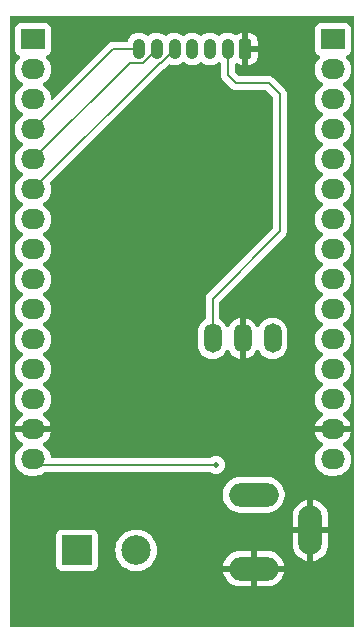
<source format=gbr>
%TF.GenerationSoftware,KiCad,Pcbnew,8.0.9-8.0.9-0~ubuntu24.04.1*%
%TF.CreationDate,2025-09-28T08:38:58-05:00*%
%TF.ProjectId,esp32_doorbot,65737033-325f-4646-9f6f-72626f742e6b,rev?*%
%TF.SameCoordinates,Original*%
%TF.FileFunction,Copper,L2,Bot*%
%TF.FilePolarity,Positive*%
%FSLAX46Y46*%
G04 Gerber Fmt 4.6, Leading zero omitted, Abs format (unit mm)*
G04 Created by KiCad (PCBNEW 8.0.9-8.0.9-0~ubuntu24.04.1) date 2025-09-28 08:38:58*
%MOMM*%
%LPD*%
G01*
G04 APERTURE LIST*
G04 Aperture macros list*
%AMRoundRect*
0 Rectangle with rounded corners*
0 $1 Rounding radius*
0 $2 $3 $4 $5 $6 $7 $8 $9 X,Y pos of 4 corners*
0 Add a 4 corners polygon primitive as box body*
4,1,4,$2,$3,$4,$5,$6,$7,$8,$9,$2,$3,0*
0 Add four circle primitives for the rounded corners*
1,1,$1+$1,$2,$3*
1,1,$1+$1,$4,$5*
1,1,$1+$1,$6,$7*
1,1,$1+$1,$8,$9*
0 Add four rect primitives between the rounded corners*
20,1,$1+$1,$2,$3,$4,$5,0*
20,1,$1+$1,$4,$5,$6,$7,0*
20,1,$1+$1,$6,$7,$8,$9,0*
20,1,$1+$1,$8,$9,$2,$3,0*%
G04 Aperture macros list end*
%TA.AperFunction,ComponentPad*%
%ADD10RoundRect,0.250000X0.265000X0.615000X-0.265000X0.615000X-0.265000X-0.615000X0.265000X-0.615000X0*%
%TD*%
%TA.AperFunction,ComponentPad*%
%ADD11O,1.030000X1.730000*%
%TD*%
%TA.AperFunction,ComponentPad*%
%ADD12R,2.500000X2.500000*%
%TD*%
%TA.AperFunction,ComponentPad*%
%ADD13C,2.500000*%
%TD*%
%TA.AperFunction,ComponentPad*%
%ADD14O,4.200000X2.000000*%
%TD*%
%TA.AperFunction,ComponentPad*%
%ADD15O,2.000000X4.200000*%
%TD*%
%TA.AperFunction,ComponentPad*%
%ADD16R,2.032000X1.727200*%
%TD*%
%TA.AperFunction,ComponentPad*%
%ADD17O,2.032000X1.727200*%
%TD*%
%TA.AperFunction,ComponentPad*%
%ADD18O,1.501140X2.499360*%
%TD*%
%TA.AperFunction,ViaPad*%
%ADD19C,0.508000*%
%TD*%
%TA.AperFunction,Conductor*%
%ADD20C,0.152400*%
%TD*%
G04 APERTURE END LIST*
D10*
%TO.P,J1,1,Pin_1*%
%TO.N,GND*%
X118000000Y-100800000D03*
D11*
%TO.P,J1,2,Pin_2*%
%TO.N,12V*%
X116500000Y-100800000D03*
%TO.P,J1,3,Pin_3*%
%TO.N,WIEGAND_IN1*%
X115000000Y-100800000D03*
%TO.P,J1,4,Pin_4*%
%TO.N,WIEGAND_IN2*%
X113500000Y-100800000D03*
%TO.P,J1,5,Pin_5*%
%TO.N,READER_BUZZ*%
X112000000Y-100800000D03*
%TO.P,J1,6,Pin_6*%
%TO.N,READER_LED*%
X110500000Y-100800000D03*
%TO.P,J1,7,Pin_7*%
%TO.N,24_32_SWITCH*%
X109000000Y-100800000D03*
%TD*%
D12*
%TO.P,J2,1,Pin_1*%
%TO.N,LATCH_OUT*%
X103750000Y-143256000D03*
D13*
%TO.P,J2,2,Pin_2*%
%TO.N,12V*%
X108750000Y-143256000D03*
%TD*%
D14*
%TO.P,J3,1*%
%TO.N,12V*%
X118700000Y-138550000D03*
%TO.P,J3,2*%
%TO.N,GND*%
X118700000Y-144800000D03*
D15*
X123500000Y-141550000D03*
%TD*%
D16*
%TO.P,J4,1,Pin_1*%
%TO.N,unconnected-(J4-Pin_1-Pad1)*%
X100000000Y-100000000D03*
D17*
%TO.P,J4,2,Pin_2*%
%TO.N,unconnected-(J4-Pin_2-Pad2)*%
X100000000Y-102540000D03*
%TO.P,J4,3,Pin_3*%
%TO.N,unconnected-(J4-Pin_3-Pad3)*%
X100000000Y-105080000D03*
%TO.P,J4,4,Pin_4*%
%TO.N,24_32_SWITCH*%
X100000000Y-107620000D03*
%TO.P,J4,5,Pin_5*%
%TO.N,READER_LED*%
X100000000Y-110160000D03*
%TO.P,J4,6,Pin_6*%
%TO.N,READER_BUZZ*%
X100000000Y-112700000D03*
%TO.P,J4,7,Pin_7*%
%TO.N,unconnected-(J4-Pin_7-Pad7)*%
X100000000Y-115240000D03*
%TO.P,J4,8,Pin_8*%
%TO.N,unconnected-(J4-Pin_8-Pad8)*%
X100000000Y-117780000D03*
%TO.P,J4,9,Pin_9*%
%TO.N,unconnected-(J4-Pin_9-Pad9)*%
X100000000Y-120320000D03*
%TO.P,J4,10,Pin_10*%
%TO.N,unconnected-(J4-Pin_10-Pad10)*%
X100000000Y-122860000D03*
%TO.P,J4,11,Pin_11*%
%TO.N,unconnected-(J4-Pin_11-Pad11)*%
X100000000Y-125400000D03*
%TO.P,J4,12,Pin_12*%
%TO.N,unconnected-(J4-Pin_12-Pad12)*%
X100000000Y-127940000D03*
%TO.P,J4,13,Pin_13*%
%TO.N,DOOR*%
X100000000Y-130480000D03*
%TO.P,J4,14,Pin_14*%
%TO.N,GND*%
X100000000Y-133020000D03*
%TO.P,J4,15,Pin_15*%
%TO.N,5V*%
X100000000Y-135560000D03*
%TD*%
D16*
%TO.P,J5,1,Pin_1*%
%TO.N,WIEGAND_OUT2*%
X125400000Y-100000000D03*
D17*
%TO.P,J5,2,Pin_2*%
%TO.N,WIEGAND_OUT1*%
X125400000Y-102540000D03*
%TO.P,J5,3,Pin_3*%
%TO.N,unconnected-(J5-Pin_3-Pad3)*%
X125400000Y-105080000D03*
%TO.P,J5,4,Pin_4*%
%TO.N,unconnected-(J5-Pin_4-Pad4)*%
X125400000Y-107620000D03*
%TO.P,J5,5,Pin_5*%
%TO.N,unconnected-(J5-Pin_5-Pad5)*%
X125400000Y-110160000D03*
%TO.P,J5,6,Pin_6*%
%TO.N,unconnected-(J5-Pin_6-Pad6)*%
X125400000Y-112700000D03*
%TO.P,J5,7,Pin_7*%
%TO.N,unconnected-(J5-Pin_7-Pad7)*%
X125400000Y-115240000D03*
%TO.P,J5,8,Pin_8*%
%TO.N,unconnected-(J5-Pin_8-Pad8)*%
X125400000Y-117780000D03*
%TO.P,J5,9,Pin_9*%
%TO.N,unconnected-(J5-Pin_9-Pad9)*%
X125400000Y-120320000D03*
%TO.P,J5,10,Pin_10*%
%TO.N,unconnected-(J5-Pin_10-Pad10)*%
X125400000Y-122860000D03*
%TO.P,J5,11,Pin_11*%
%TO.N,unconnected-(J5-Pin_11-Pad11)*%
X125400000Y-125400000D03*
%TO.P,J5,12,Pin_12*%
%TO.N,unconnected-(J5-Pin_12-Pad12)*%
X125400000Y-127940000D03*
%TO.P,J5,13,Pin_13*%
%TO.N,unconnected-(J5-Pin_13-Pad13)*%
X125400000Y-130480000D03*
%TO.P,J5,14,Pin_14*%
%TO.N,GND*%
X125400000Y-133020000D03*
%TO.P,J5,15,Pin_15*%
%TO.N,unconnected-(J5-Pin_15-Pad15)*%
X125400000Y-135560000D03*
%TD*%
D18*
%TO.P,U1,1,IN*%
%TO.N,12V*%
X115210000Y-125300000D03*
%TO.P,U1,2,GND*%
%TO.N,GND*%
X117750000Y-125300000D03*
%TO.P,U1,3,OUT*%
%TO.N,5V*%
X120290000Y-125300000D03*
%TD*%
D19*
%TO.N,5V*%
X115500000Y-136000000D03*
%TD*%
D20*
%TO.N,12V*%
X116500000Y-103000000D02*
X116500000Y-100800000D01*
X120000000Y-103700000D02*
X117200000Y-103700000D01*
X120904000Y-116246000D02*
X120904000Y-104604000D01*
X115210000Y-125300000D02*
X115210000Y-121940000D01*
X120904000Y-104604000D02*
X120000000Y-103700000D01*
X116500000Y-100700000D02*
X116500000Y-100800000D01*
X115210000Y-121940000D02*
X120904000Y-116246000D01*
X117200000Y-103700000D02*
X116500000Y-103000000D01*
%TO.N,5V*%
X115500000Y-136000000D02*
X100440000Y-136000000D01*
X100440000Y-136000000D02*
X100000000Y-135560000D01*
%TO.N,24_32_SWITCH*%
X106820000Y-100800000D02*
X109000000Y-100800000D01*
X100000000Y-107620000D02*
X106820000Y-100800000D01*
%TO.N,READER_LED*%
X100000000Y-110160000D02*
X108204000Y-101956000D01*
X109344000Y-101956000D02*
X110500000Y-100800000D01*
X108204000Y-101956000D02*
X109344000Y-101956000D01*
%TO.N,READER_BUZZ*%
X110744000Y-101956000D02*
X110844000Y-101956000D01*
X110844000Y-101956000D02*
X112000000Y-100800000D01*
X100000000Y-112700000D02*
X110744000Y-101956000D01*
%TD*%
%TA.AperFunction,Conductor*%
%TO.N,GND*%
G36*
X127166621Y-98045502D02*
G01*
X127213114Y-98099158D01*
X127224500Y-98151500D01*
X127224500Y-149598500D01*
X127204498Y-149666621D01*
X127150842Y-149713114D01*
X127098500Y-149724500D01*
X98151500Y-149724500D01*
X98083379Y-149704498D01*
X98036886Y-149650842D01*
X98025500Y-149598500D01*
X98025500Y-141957350D01*
X101991500Y-141957350D01*
X101991500Y-144554649D01*
X101998009Y-144615196D01*
X101998011Y-144615204D01*
X102049110Y-144752202D01*
X102049112Y-144752207D01*
X102136738Y-144869261D01*
X102253792Y-144956887D01*
X102253794Y-144956888D01*
X102253796Y-144956889D01*
X102312875Y-144978924D01*
X102390795Y-145007988D01*
X102390803Y-145007990D01*
X102451350Y-145014499D01*
X102451355Y-145014499D01*
X102451362Y-145014500D01*
X102451368Y-145014500D01*
X105048632Y-145014500D01*
X105048638Y-145014500D01*
X105048645Y-145014499D01*
X105048649Y-145014499D01*
X105109196Y-145007990D01*
X105109199Y-145007989D01*
X105109201Y-145007989D01*
X105246204Y-144956889D01*
X105325492Y-144897535D01*
X105363261Y-144869261D01*
X105450887Y-144752207D01*
X105450887Y-144752206D01*
X105450889Y-144752204D01*
X105501989Y-144615201D01*
X105508500Y-144554638D01*
X105508500Y-143256000D01*
X106986569Y-143256000D01*
X107006265Y-143518826D01*
X107006266Y-143518830D01*
X107064911Y-143775775D01*
X107161202Y-144021120D01*
X107161205Y-144021128D01*
X107292982Y-144249372D01*
X107292984Y-144249375D01*
X107292985Y-144249376D01*
X107457314Y-144455438D01*
X107650519Y-144634706D01*
X107650525Y-144634710D01*
X107868275Y-144783170D01*
X107868279Y-144783172D01*
X107868285Y-144783176D01*
X108105746Y-144897532D01*
X108105749Y-144897532D01*
X108105754Y-144897535D01*
X108357589Y-144975215D01*
X108357591Y-144975215D01*
X108357600Y-144975218D01*
X108618219Y-145014500D01*
X108618223Y-145014500D01*
X108881777Y-145014500D01*
X108881781Y-145014500D01*
X109142400Y-144975218D01*
X109201822Y-144956889D01*
X109394245Y-144897535D01*
X109394247Y-144897534D01*
X109394254Y-144897532D01*
X109631716Y-144783176D01*
X109849481Y-144634706D01*
X109945083Y-144546000D01*
X116113432Y-144546000D01*
X117169297Y-144546000D01*
X117134075Y-144607007D01*
X117100000Y-144734174D01*
X117100000Y-144865826D01*
X117134075Y-144992993D01*
X117169297Y-145054000D01*
X116113432Y-145054000D01*
X116129133Y-145153128D01*
X116202480Y-145378867D01*
X116310245Y-145590367D01*
X116449764Y-145782398D01*
X116449766Y-145782401D01*
X116617598Y-145950233D01*
X116617601Y-145950235D01*
X116809632Y-146089754D01*
X117021132Y-146197519D01*
X117246870Y-146270866D01*
X117481321Y-146308000D01*
X118446000Y-146308000D01*
X118446000Y-145300000D01*
X118954000Y-145300000D01*
X118954000Y-146308000D01*
X119918679Y-146308000D01*
X120153129Y-146270866D01*
X120378867Y-146197519D01*
X120590367Y-146089754D01*
X120782398Y-145950235D01*
X120782401Y-145950233D01*
X120950233Y-145782401D01*
X120950235Y-145782398D01*
X121089754Y-145590367D01*
X121197519Y-145378867D01*
X121270866Y-145153128D01*
X121286568Y-145054000D01*
X120230703Y-145054000D01*
X120265925Y-144992993D01*
X120300000Y-144865826D01*
X120300000Y-144734174D01*
X120265925Y-144607007D01*
X120230703Y-144546000D01*
X121286567Y-144546000D01*
X121270866Y-144446871D01*
X121197519Y-144221132D01*
X121089754Y-144009632D01*
X120950235Y-143817601D01*
X120950233Y-143817598D01*
X120782401Y-143649766D01*
X120782398Y-143649764D01*
X120590367Y-143510245D01*
X120378867Y-143402480D01*
X120153129Y-143329133D01*
X119918679Y-143292000D01*
X118954000Y-143292000D01*
X118954000Y-144300000D01*
X118446000Y-144300000D01*
X118446000Y-143292000D01*
X117481321Y-143292000D01*
X117246870Y-143329133D01*
X117021132Y-143402480D01*
X116809632Y-143510245D01*
X116617601Y-143649764D01*
X116617598Y-143649766D01*
X116449766Y-143817598D01*
X116449764Y-143817601D01*
X116310245Y-144009632D01*
X116202480Y-144221132D01*
X116129133Y-144446871D01*
X116113432Y-144546000D01*
X109945083Y-144546000D01*
X110042686Y-144455438D01*
X110207015Y-144249376D01*
X110338796Y-144021124D01*
X110435087Y-143775780D01*
X110493735Y-143518826D01*
X110513431Y-143256000D01*
X110493735Y-142993174D01*
X110435087Y-142736220D01*
X110338796Y-142490876D01*
X110338795Y-142490875D01*
X110338794Y-142490871D01*
X110207017Y-142262627D01*
X110207015Y-142262624D01*
X110042686Y-142056562D01*
X109849481Y-141877294D01*
X109849474Y-141877289D01*
X109631725Y-141728829D01*
X109631718Y-141728825D01*
X109394257Y-141614469D01*
X109394245Y-141614464D01*
X109142410Y-141536784D01*
X109142402Y-141536782D01*
X109142400Y-141536782D01*
X108881781Y-141497500D01*
X108618219Y-141497500D01*
X108357600Y-141536782D01*
X108357598Y-141536782D01*
X108357589Y-141536784D01*
X108105754Y-141614464D01*
X108105742Y-141614469D01*
X107868283Y-141728825D01*
X107868275Y-141728829D01*
X107650525Y-141877289D01*
X107650520Y-141877293D01*
X107457315Y-142056561D01*
X107292982Y-142262627D01*
X107161205Y-142490871D01*
X107161202Y-142490879D01*
X107064911Y-142736224D01*
X107014520Y-142957007D01*
X107006265Y-142993174D01*
X106986569Y-143256000D01*
X105508500Y-143256000D01*
X105508500Y-141957362D01*
X105508499Y-141957350D01*
X105501990Y-141896803D01*
X105501988Y-141896795D01*
X105450889Y-141759797D01*
X105450887Y-141759792D01*
X105363261Y-141642738D01*
X105246207Y-141555112D01*
X105246202Y-141555110D01*
X105109204Y-141504011D01*
X105109196Y-141504009D01*
X105048649Y-141497500D01*
X105048638Y-141497500D01*
X102451362Y-141497500D01*
X102451350Y-141497500D01*
X102390803Y-141504009D01*
X102390795Y-141504011D01*
X102253797Y-141555110D01*
X102253792Y-141555112D01*
X102136738Y-141642738D01*
X102049112Y-141759792D01*
X102049110Y-141759797D01*
X101998011Y-141896795D01*
X101998009Y-141896803D01*
X101991500Y-141957350D01*
X98025500Y-141957350D01*
X98025500Y-140331321D01*
X121992000Y-140331321D01*
X121992000Y-141296000D01*
X123000000Y-141296000D01*
X123000000Y-141804000D01*
X121992000Y-141804000D01*
X121992000Y-142768678D01*
X122029133Y-143003129D01*
X122102480Y-143228867D01*
X122210245Y-143440367D01*
X122349764Y-143632398D01*
X122349766Y-143632401D01*
X122517598Y-143800233D01*
X122517601Y-143800235D01*
X122709632Y-143939754D01*
X122921132Y-144047519D01*
X123146871Y-144120866D01*
X123246000Y-144136566D01*
X123246000Y-143080702D01*
X123307007Y-143115925D01*
X123434174Y-143150000D01*
X123565826Y-143150000D01*
X123692993Y-143115925D01*
X123754000Y-143080702D01*
X123754000Y-144136566D01*
X123853128Y-144120866D01*
X124078867Y-144047519D01*
X124290367Y-143939754D01*
X124482398Y-143800235D01*
X124482401Y-143800233D01*
X124650233Y-143632401D01*
X124650235Y-143632398D01*
X124789754Y-143440367D01*
X124897519Y-143228867D01*
X124970866Y-143003129D01*
X125008000Y-142768678D01*
X125008000Y-141804000D01*
X124000000Y-141804000D01*
X124000000Y-141296000D01*
X125008000Y-141296000D01*
X125008000Y-140331321D01*
X124970866Y-140096870D01*
X124897519Y-139871132D01*
X124789754Y-139659632D01*
X124650235Y-139467601D01*
X124650233Y-139467598D01*
X124482401Y-139299766D01*
X124482398Y-139299764D01*
X124290367Y-139160245D01*
X124078867Y-139052480D01*
X123853128Y-138979133D01*
X123754000Y-138963432D01*
X123754000Y-140019297D01*
X123692993Y-139984075D01*
X123565826Y-139950000D01*
X123434174Y-139950000D01*
X123307007Y-139984075D01*
X123246000Y-140019297D01*
X123246000Y-138963432D01*
X123146871Y-138979133D01*
X122921132Y-139052480D01*
X122709632Y-139160245D01*
X122517601Y-139299764D01*
X122517598Y-139299766D01*
X122349766Y-139467598D01*
X122349764Y-139467601D01*
X122210245Y-139659632D01*
X122102480Y-139871132D01*
X122029133Y-140096870D01*
X121992000Y-140331321D01*
X98025500Y-140331321D01*
X98025500Y-138431278D01*
X116091500Y-138431278D01*
X116091500Y-138668722D01*
X116128644Y-138903241D01*
X116128645Y-138903246D01*
X116202016Y-139129058D01*
X116202018Y-139129063D01*
X116309815Y-139340627D01*
X116449380Y-139532722D01*
X116449382Y-139532724D01*
X116449384Y-139532727D01*
X116617272Y-139700615D01*
X116617275Y-139700617D01*
X116617278Y-139700620D01*
X116809373Y-139840185D01*
X117020937Y-139947982D01*
X117246759Y-140021356D01*
X117481278Y-140058500D01*
X117481281Y-140058500D01*
X119918719Y-140058500D01*
X119918722Y-140058500D01*
X120153241Y-140021356D01*
X120379063Y-139947982D01*
X120590627Y-139840185D01*
X120782722Y-139700620D01*
X120950620Y-139532722D01*
X121090185Y-139340627D01*
X121197982Y-139129063D01*
X121271356Y-138903241D01*
X121308500Y-138668722D01*
X121308500Y-138431278D01*
X121271356Y-138196759D01*
X121197982Y-137970937D01*
X121090185Y-137759373D01*
X120950620Y-137567278D01*
X120950617Y-137567275D01*
X120950615Y-137567272D01*
X120782727Y-137399384D01*
X120782724Y-137399382D01*
X120782722Y-137399380D01*
X120590627Y-137259815D01*
X120379063Y-137152018D01*
X120379060Y-137152017D01*
X120379058Y-137152016D01*
X120153246Y-137078645D01*
X120153242Y-137078644D01*
X120153241Y-137078644D01*
X119918722Y-137041500D01*
X117481278Y-137041500D01*
X117246759Y-137078644D01*
X117246753Y-137078645D01*
X117020941Y-137152016D01*
X117020935Y-137152019D01*
X116809369Y-137259817D01*
X116617275Y-137399382D01*
X116617272Y-137399384D01*
X116449384Y-137567272D01*
X116449382Y-137567275D01*
X116309817Y-137759369D01*
X116202019Y-137970935D01*
X116202016Y-137970941D01*
X116128645Y-138196753D01*
X116128644Y-138196758D01*
X116128644Y-138196759D01*
X116091500Y-138431278D01*
X98025500Y-138431278D01*
X98025500Y-99087750D01*
X98475500Y-99087750D01*
X98475500Y-100912249D01*
X98482009Y-100972796D01*
X98482011Y-100972804D01*
X98533110Y-101109802D01*
X98533112Y-101109807D01*
X98620738Y-101226861D01*
X98737792Y-101314487D01*
X98737794Y-101314488D01*
X98737796Y-101314489D01*
X98786974Y-101332831D01*
X98841700Y-101353244D01*
X98898536Y-101395791D01*
X98923346Y-101462311D01*
X98908254Y-101531685D01*
X98886763Y-101560394D01*
X98801021Y-101646136D01*
X98674077Y-101820859D01*
X98576024Y-102013297D01*
X98509285Y-102218696D01*
X98509285Y-102218699D01*
X98476789Y-102423878D01*
X98475500Y-102432015D01*
X98475500Y-102647984D01*
X98509285Y-102861303D01*
X98576024Y-103066702D01*
X98576025Y-103066704D01*
X98674075Y-103259137D01*
X98801021Y-103433863D01*
X98801023Y-103433865D01*
X98801025Y-103433868D01*
X98953734Y-103586577D01*
X99120946Y-103708064D01*
X99164300Y-103764287D01*
X99170375Y-103835023D01*
X99137243Y-103897814D01*
X99120946Y-103911936D01*
X98953734Y-104033422D01*
X98801025Y-104186131D01*
X98801023Y-104186134D01*
X98674077Y-104360859D01*
X98576024Y-104553297D01*
X98509285Y-104758696D01*
X98509285Y-104758699D01*
X98475502Y-104972004D01*
X98475500Y-104972015D01*
X98475500Y-105187984D01*
X98509285Y-105401303D01*
X98576024Y-105606702D01*
X98576025Y-105606704D01*
X98674075Y-105799137D01*
X98801021Y-105973863D01*
X98801023Y-105973865D01*
X98801025Y-105973868D01*
X98953734Y-106126577D01*
X99120946Y-106248064D01*
X99164300Y-106304287D01*
X99170375Y-106375023D01*
X99137243Y-106437814D01*
X99120946Y-106451936D01*
X98953734Y-106573422D01*
X98801025Y-106726131D01*
X98801023Y-106726134D01*
X98674077Y-106900859D01*
X98576024Y-107093297D01*
X98509285Y-107298696D01*
X98475500Y-107512015D01*
X98475500Y-107727984D01*
X98509285Y-107941303D01*
X98576024Y-108146702D01*
X98576025Y-108146704D01*
X98674075Y-108339137D01*
X98801021Y-108513863D01*
X98801023Y-108513865D01*
X98801025Y-108513868D01*
X98953734Y-108666577D01*
X99120946Y-108788064D01*
X99164300Y-108844287D01*
X99170375Y-108915023D01*
X99137243Y-108977814D01*
X99120946Y-108991936D01*
X98953734Y-109113422D01*
X98801025Y-109266131D01*
X98801023Y-109266134D01*
X98674077Y-109440859D01*
X98576024Y-109633297D01*
X98509285Y-109838696D01*
X98509285Y-109838699D01*
X98475502Y-110052004D01*
X98475500Y-110052015D01*
X98475500Y-110267984D01*
X98509285Y-110481303D01*
X98576024Y-110686702D01*
X98576025Y-110686704D01*
X98674075Y-110879137D01*
X98801021Y-111053863D01*
X98801023Y-111053865D01*
X98801025Y-111053868D01*
X98953734Y-111206577D01*
X99120946Y-111328064D01*
X99164300Y-111384287D01*
X99170375Y-111455023D01*
X99137243Y-111517814D01*
X99120946Y-111531936D01*
X98953734Y-111653422D01*
X98801025Y-111806131D01*
X98801023Y-111806134D01*
X98674077Y-111980859D01*
X98576024Y-112173297D01*
X98509285Y-112378696D01*
X98475500Y-112592015D01*
X98475500Y-112807984D01*
X98509285Y-113021303D01*
X98576024Y-113226702D01*
X98576025Y-113226704D01*
X98674075Y-113419137D01*
X98801021Y-113593863D01*
X98801023Y-113593865D01*
X98801025Y-113593868D01*
X98953734Y-113746577D01*
X99120946Y-113868064D01*
X99164300Y-113924287D01*
X99170375Y-113995023D01*
X99137243Y-114057814D01*
X99120946Y-114071936D01*
X98953734Y-114193422D01*
X98801025Y-114346131D01*
X98801023Y-114346134D01*
X98674077Y-114520859D01*
X98576024Y-114713297D01*
X98509285Y-114918696D01*
X98475500Y-115132015D01*
X98475500Y-115347984D01*
X98509285Y-115561303D01*
X98576024Y-115766702D01*
X98576025Y-115766704D01*
X98674075Y-115959137D01*
X98801021Y-116133863D01*
X98801023Y-116133865D01*
X98801025Y-116133868D01*
X98953734Y-116286577D01*
X99120946Y-116408064D01*
X99164300Y-116464287D01*
X99170375Y-116535023D01*
X99137243Y-116597814D01*
X99120946Y-116611936D01*
X98953734Y-116733422D01*
X98801025Y-116886131D01*
X98801023Y-116886134D01*
X98674077Y-117060859D01*
X98576024Y-117253297D01*
X98509285Y-117458696D01*
X98475500Y-117672015D01*
X98475500Y-117887984D01*
X98509285Y-118101303D01*
X98576024Y-118306702D01*
X98576025Y-118306704D01*
X98674075Y-118499137D01*
X98801021Y-118673863D01*
X98801023Y-118673865D01*
X98801025Y-118673868D01*
X98953734Y-118826577D01*
X99120946Y-118948064D01*
X99164300Y-119004287D01*
X99170375Y-119075023D01*
X99137243Y-119137814D01*
X99120946Y-119151936D01*
X98953734Y-119273422D01*
X98801025Y-119426131D01*
X98801023Y-119426134D01*
X98674077Y-119600859D01*
X98576024Y-119793297D01*
X98509285Y-119998696D01*
X98475500Y-120212015D01*
X98475500Y-120427984D01*
X98509285Y-120641303D01*
X98576024Y-120846702D01*
X98576025Y-120846704D01*
X98674075Y-121039137D01*
X98801021Y-121213863D01*
X98801023Y-121213865D01*
X98801025Y-121213868D01*
X98953734Y-121366577D01*
X99120946Y-121488064D01*
X99164300Y-121544287D01*
X99170375Y-121615023D01*
X99137243Y-121677814D01*
X99120946Y-121691936D01*
X98953734Y-121813422D01*
X98801025Y-121966131D01*
X98801023Y-121966134D01*
X98674077Y-122140859D01*
X98576024Y-122333297D01*
X98509285Y-122538696D01*
X98475500Y-122752015D01*
X98475500Y-122967984D01*
X98509285Y-123181303D01*
X98576024Y-123386702D01*
X98576025Y-123386704D01*
X98674075Y-123579137D01*
X98801021Y-123753863D01*
X98801023Y-123753865D01*
X98801025Y-123753868D01*
X98953734Y-123906577D01*
X99120946Y-124028064D01*
X99164300Y-124084287D01*
X99170375Y-124155023D01*
X99137243Y-124217814D01*
X99120946Y-124231936D01*
X98953734Y-124353422D01*
X98801025Y-124506131D01*
X98801023Y-124506134D01*
X98674077Y-124680859D01*
X98576024Y-124873297D01*
X98509285Y-125078696D01*
X98475500Y-125292015D01*
X98475500Y-125507984D01*
X98509285Y-125721303D01*
X98576024Y-125926702D01*
X98576025Y-125926704D01*
X98674075Y-126119137D01*
X98801021Y-126293863D01*
X98801023Y-126293865D01*
X98801025Y-126293868D01*
X98953734Y-126446577D01*
X99120946Y-126568064D01*
X99164300Y-126624287D01*
X99170375Y-126695023D01*
X99137243Y-126757814D01*
X99120946Y-126771936D01*
X98953734Y-126893422D01*
X98801025Y-127046131D01*
X98801023Y-127046134D01*
X98674077Y-127220859D01*
X98576024Y-127413297D01*
X98509285Y-127618696D01*
X98475500Y-127832015D01*
X98475500Y-128047984D01*
X98509285Y-128261303D01*
X98576024Y-128466702D01*
X98576025Y-128466704D01*
X98674075Y-128659137D01*
X98801021Y-128833863D01*
X98801023Y-128833865D01*
X98801025Y-128833868D01*
X98953734Y-128986577D01*
X99120946Y-129108064D01*
X99164300Y-129164287D01*
X99170375Y-129235023D01*
X99137243Y-129297814D01*
X99120946Y-129311936D01*
X98953734Y-129433422D01*
X98801025Y-129586131D01*
X98801023Y-129586134D01*
X98674077Y-129760859D01*
X98576024Y-129953297D01*
X98509285Y-130158696D01*
X98475500Y-130372015D01*
X98475500Y-130587984D01*
X98509285Y-130801303D01*
X98576024Y-131006702D01*
X98576025Y-131006704D01*
X98674075Y-131199137D01*
X98801021Y-131373863D01*
X98801023Y-131373865D01*
X98801025Y-131373868D01*
X98953734Y-131526577D01*
X99121371Y-131648373D01*
X99164725Y-131704596D01*
X99170800Y-131775332D01*
X99137668Y-131838123D01*
X99121371Y-131852245D01*
X98954060Y-131973803D01*
X98801406Y-132126457D01*
X98801404Y-132126460D01*
X98674505Y-132301121D01*
X98576490Y-132493486D01*
X98576487Y-132493492D01*
X98509775Y-132698809D01*
X98499133Y-132766000D01*
X99560058Y-132766000D01*
X99526619Y-132823919D01*
X99492000Y-132953120D01*
X99492000Y-133086880D01*
X99526619Y-133216081D01*
X99560058Y-133274000D01*
X98499133Y-133274000D01*
X98509775Y-133341190D01*
X98576487Y-133546507D01*
X98576490Y-133546513D01*
X98674505Y-133738878D01*
X98801404Y-133913539D01*
X98801406Y-133913542D01*
X98954057Y-134066193D01*
X98954060Y-134066195D01*
X99121371Y-134187754D01*
X99164725Y-134243976D01*
X99170800Y-134314712D01*
X99137669Y-134377504D01*
X99121372Y-134391626D01*
X98953730Y-134513426D01*
X98801025Y-134666131D01*
X98801023Y-134666134D01*
X98674077Y-134840859D01*
X98576024Y-135033297D01*
X98509285Y-135238696D01*
X98498149Y-135309011D01*
X98483726Y-135400079D01*
X98475500Y-135452015D01*
X98475500Y-135667984D01*
X98509285Y-135881303D01*
X98576024Y-136086702D01*
X98576025Y-136086704D01*
X98674075Y-136279137D01*
X98801021Y-136453863D01*
X98801023Y-136453865D01*
X98801025Y-136453868D01*
X98953731Y-136606574D01*
X98953734Y-136606576D01*
X98953737Y-136606579D01*
X99128463Y-136733525D01*
X99320896Y-136831575D01*
X99526299Y-136898315D01*
X99739613Y-136932100D01*
X99739615Y-136932100D01*
X100260385Y-136932100D01*
X100260387Y-136932100D01*
X100473701Y-136898315D01*
X100679104Y-136831575D01*
X100871537Y-136733525D01*
X101043256Y-136608763D01*
X101110122Y-136584906D01*
X101117316Y-136584700D01*
X114961059Y-136584700D01*
X115028095Y-136604013D01*
X115167066Y-136691334D01*
X115167067Y-136691334D01*
X115167070Y-136691336D01*
X115329254Y-136748087D01*
X115329253Y-136748087D01*
X115346543Y-136750034D01*
X115500000Y-136767325D01*
X115670746Y-136748087D01*
X115832930Y-136691336D01*
X115978419Y-136599919D01*
X116099919Y-136478419D01*
X116191336Y-136332930D01*
X116248087Y-136170746D01*
X116267325Y-136000000D01*
X116248087Y-135829254D01*
X116191336Y-135667070D01*
X116191334Y-135667067D01*
X116191334Y-135667066D01*
X116099920Y-135521582D01*
X116099919Y-135521580D01*
X115978419Y-135400080D01*
X115978417Y-135400079D01*
X115832933Y-135308665D01*
X115832930Y-135308664D01*
X115670746Y-135251913D01*
X115670744Y-135251912D01*
X115670746Y-135251912D01*
X115500000Y-135232675D01*
X115329255Y-135251912D01*
X115167069Y-135308664D01*
X115167066Y-135308665D01*
X115028095Y-135395987D01*
X114961059Y-135415300D01*
X101626300Y-135415300D01*
X101558179Y-135395298D01*
X101511686Y-135341642D01*
X101501851Y-135309011D01*
X101501755Y-135308405D01*
X101490715Y-135238699D01*
X101423975Y-135033296D01*
X101325925Y-134840863D01*
X101198979Y-134666137D01*
X101198976Y-134666134D01*
X101198974Y-134666131D01*
X101046265Y-134513422D01*
X100878628Y-134391626D01*
X100835274Y-134335403D01*
X100829199Y-134264667D01*
X100862331Y-134201875D01*
X100878628Y-134187754D01*
X101045939Y-134066195D01*
X101045942Y-134066193D01*
X101198593Y-133913542D01*
X101198595Y-133913539D01*
X101325494Y-133738878D01*
X101423509Y-133546513D01*
X101423512Y-133546507D01*
X101490224Y-133341190D01*
X101500867Y-133274000D01*
X100439942Y-133274000D01*
X100473381Y-133216081D01*
X100508000Y-133086880D01*
X100508000Y-132953120D01*
X100473381Y-132823919D01*
X100439942Y-132766000D01*
X101500866Y-132766000D01*
X101490224Y-132698809D01*
X101423512Y-132493492D01*
X101423509Y-132493486D01*
X101325494Y-132301121D01*
X101198595Y-132126460D01*
X101198593Y-132126457D01*
X101045942Y-131973806D01*
X101045939Y-131973804D01*
X100878628Y-131852245D01*
X100835274Y-131796023D01*
X100829199Y-131725287D01*
X100862330Y-131662495D01*
X100878628Y-131648373D01*
X101046263Y-131526579D01*
X101198979Y-131373863D01*
X101325925Y-131199137D01*
X101423975Y-131006704D01*
X101490715Y-130801301D01*
X101524500Y-130587987D01*
X101524500Y-130372013D01*
X101490715Y-130158699D01*
X101423975Y-129953296D01*
X101325925Y-129760863D01*
X101198979Y-129586137D01*
X101198976Y-129586134D01*
X101198974Y-129586131D01*
X101046268Y-129433425D01*
X101046265Y-129433423D01*
X101046264Y-129433422D01*
X101046263Y-129433421D01*
X100879052Y-129311935D01*
X100835699Y-129255714D01*
X100829624Y-129184978D01*
X100862755Y-129122186D01*
X100879053Y-129108064D01*
X101046263Y-128986579D01*
X101198979Y-128833863D01*
X101325925Y-128659137D01*
X101423975Y-128466704D01*
X101490715Y-128261301D01*
X101524500Y-128047987D01*
X101524500Y-127832013D01*
X101490715Y-127618699D01*
X101423975Y-127413296D01*
X101325925Y-127220863D01*
X101198979Y-127046137D01*
X101198976Y-127046134D01*
X101198974Y-127046131D01*
X101046268Y-126893425D01*
X101046265Y-126893423D01*
X101046264Y-126893422D01*
X101046263Y-126893421D01*
X100879052Y-126771935D01*
X100835699Y-126715714D01*
X100829624Y-126644978D01*
X100862755Y-126582186D01*
X100879053Y-126568064D01*
X101046263Y-126446579D01*
X101198979Y-126293863D01*
X101325925Y-126119137D01*
X101423975Y-125926704D01*
X101490715Y-125721301D01*
X101524500Y-125507987D01*
X101524500Y-125292013D01*
X101490715Y-125078699D01*
X101423975Y-124873296D01*
X101325925Y-124680863D01*
X101198979Y-124506137D01*
X101198976Y-124506134D01*
X101198974Y-124506131D01*
X101046268Y-124353425D01*
X101046265Y-124353423D01*
X101046264Y-124353422D01*
X101046263Y-124353421D01*
X100879052Y-124231935D01*
X100835699Y-124175714D01*
X100829624Y-124104978D01*
X100862755Y-124042186D01*
X100879053Y-124028064D01*
X101046263Y-123906579D01*
X101198979Y-123753863D01*
X101325925Y-123579137D01*
X101423975Y-123386704D01*
X101490715Y-123181301D01*
X101524500Y-122967987D01*
X101524500Y-122752013D01*
X101490715Y-122538699D01*
X101423975Y-122333296D01*
X101325925Y-122140863D01*
X101198979Y-121966137D01*
X101198976Y-121966134D01*
X101198974Y-121966131D01*
X101046268Y-121813425D01*
X101046265Y-121813423D01*
X101046264Y-121813422D01*
X101046263Y-121813421D01*
X100879052Y-121691935D01*
X100835699Y-121635714D01*
X100829624Y-121564978D01*
X100862755Y-121502186D01*
X100879053Y-121488064D01*
X101046263Y-121366579D01*
X101198979Y-121213863D01*
X101325925Y-121039137D01*
X101423975Y-120846704D01*
X101490715Y-120641301D01*
X101524500Y-120427987D01*
X101524500Y-120212013D01*
X101490715Y-119998699D01*
X101423975Y-119793296D01*
X101325925Y-119600863D01*
X101198979Y-119426137D01*
X101198976Y-119426134D01*
X101198974Y-119426131D01*
X101046268Y-119273425D01*
X101046265Y-119273423D01*
X101046264Y-119273422D01*
X101046263Y-119273421D01*
X100879052Y-119151935D01*
X100835699Y-119095714D01*
X100829624Y-119024978D01*
X100862755Y-118962186D01*
X100879053Y-118948064D01*
X101046263Y-118826579D01*
X101198979Y-118673863D01*
X101325925Y-118499137D01*
X101423975Y-118306704D01*
X101490715Y-118101301D01*
X101524500Y-117887987D01*
X101524500Y-117672013D01*
X101490715Y-117458699D01*
X101423975Y-117253296D01*
X101325925Y-117060863D01*
X101198979Y-116886137D01*
X101198976Y-116886134D01*
X101198974Y-116886131D01*
X101046268Y-116733425D01*
X101046265Y-116733423D01*
X101046264Y-116733422D01*
X101046263Y-116733421D01*
X100879052Y-116611935D01*
X100835699Y-116555714D01*
X100829624Y-116484978D01*
X100862755Y-116422186D01*
X100879053Y-116408064D01*
X101046263Y-116286579D01*
X101198979Y-116133863D01*
X101325925Y-115959137D01*
X101423975Y-115766704D01*
X101490715Y-115561301D01*
X101524500Y-115347987D01*
X101524500Y-115132013D01*
X101490715Y-114918699D01*
X101423975Y-114713296D01*
X101325925Y-114520863D01*
X101198979Y-114346137D01*
X101198976Y-114346134D01*
X101198974Y-114346131D01*
X101046268Y-114193425D01*
X101046265Y-114193423D01*
X101046264Y-114193422D01*
X101046263Y-114193421D01*
X100879052Y-114071935D01*
X100835699Y-114015714D01*
X100829624Y-113944978D01*
X100862755Y-113882186D01*
X100879053Y-113868064D01*
X101046263Y-113746579D01*
X101198979Y-113593863D01*
X101325925Y-113419137D01*
X101423975Y-113226704D01*
X101490715Y-113021301D01*
X101524500Y-112807987D01*
X101524500Y-112592013D01*
X101490715Y-112378699D01*
X101430573Y-112193605D01*
X101428546Y-112122640D01*
X101461310Y-112065578D01*
X110986189Y-102540700D01*
X111042668Y-102508092D01*
X111069686Y-102500853D01*
X111203014Y-102423876D01*
X111311876Y-102315014D01*
X111494328Y-102132560D01*
X111556638Y-102098537D01*
X111627454Y-102103601D01*
X111631641Y-102105249D01*
X111701444Y-102134163D01*
X111701452Y-102134165D01*
X111701456Y-102134167D01*
X111899194Y-102173500D01*
X112100806Y-102173500D01*
X112298544Y-102134167D01*
X112484809Y-102057014D01*
X112652443Y-101945004D01*
X112660903Y-101936543D01*
X112723212Y-101902518D01*
X112794028Y-101907580D01*
X112839096Y-101936543D01*
X112847557Y-101945004D01*
X113015191Y-102057014D01*
X113201456Y-102134167D01*
X113399194Y-102173500D01*
X113600806Y-102173500D01*
X113798544Y-102134167D01*
X113984809Y-102057014D01*
X114152443Y-101945004D01*
X114160903Y-101936543D01*
X114223212Y-101902518D01*
X114294028Y-101907580D01*
X114339096Y-101936543D01*
X114347557Y-101945004D01*
X114515191Y-102057014D01*
X114701456Y-102134167D01*
X114899194Y-102173500D01*
X115100806Y-102173500D01*
X115298544Y-102134167D01*
X115484809Y-102057014D01*
X115652443Y-101945004D01*
X115660903Y-101936543D01*
X115723212Y-101902518D01*
X115794028Y-101907580D01*
X115839096Y-101936543D01*
X115847557Y-101945004D01*
X115859302Y-101952852D01*
X115904829Y-102007327D01*
X115915300Y-102057616D01*
X115915300Y-103076975D01*
X115915299Y-103076975D01*
X115955147Y-103225686D01*
X115974460Y-103259137D01*
X116032121Y-103359010D01*
X116032123Y-103359012D01*
X116032124Y-103359014D01*
X116840985Y-104167876D01*
X116907648Y-104206363D01*
X116907650Y-104206365D01*
X116974308Y-104244850D01*
X116974311Y-104244851D01*
X116974314Y-104244853D01*
X117123023Y-104284700D01*
X119705620Y-104284700D01*
X119773741Y-104304702D01*
X119794715Y-104321605D01*
X120282395Y-104809285D01*
X120316421Y-104871597D01*
X120319300Y-104898380D01*
X120319300Y-115951620D01*
X120299298Y-116019741D01*
X120282395Y-116040715D01*
X114850986Y-121472124D01*
X114820924Y-121502186D01*
X114742125Y-121580984D01*
X114742121Y-121580989D01*
X114665147Y-121714313D01*
X114665147Y-121714314D01*
X114638591Y-121813423D01*
X114625300Y-121863024D01*
X114625300Y-123608509D01*
X114605298Y-123676630D01*
X114556511Y-123720771D01*
X114550109Y-123724033D01*
X114550105Y-123724035D01*
X114389768Y-123840527D01*
X114389765Y-123840529D01*
X114249639Y-123980655D01*
X114249637Y-123980658D01*
X114133149Y-124140990D01*
X114043175Y-124317573D01*
X114043172Y-124317579D01*
X113981934Y-124506052D01*
X113981933Y-124506055D01*
X113981933Y-124506057D01*
X113950930Y-124701799D01*
X113950930Y-125898201D01*
X113955445Y-125926704D01*
X113981934Y-126093947D01*
X114032022Y-126248104D01*
X114043174Y-126282425D01*
X114133147Y-126459006D01*
X114249635Y-126619339D01*
X114249637Y-126619341D01*
X114249639Y-126619344D01*
X114389765Y-126759470D01*
X114389768Y-126759472D01*
X114389771Y-126759475D01*
X114550104Y-126875963D01*
X114726685Y-126965936D01*
X114915167Y-127027177D01*
X115110909Y-127058180D01*
X115110912Y-127058180D01*
X115309088Y-127058180D01*
X115309091Y-127058180D01*
X115504833Y-127027177D01*
X115693315Y-126965936D01*
X115869896Y-126875963D01*
X116030229Y-126759475D01*
X116170365Y-126619339D01*
X116286853Y-126459006D01*
X116368015Y-126299716D01*
X116416761Y-126248104D01*
X116485676Y-126231038D01*
X116552878Y-126253939D01*
X116592547Y-126299719D01*
X116673576Y-126458748D01*
X116790017Y-126619015D01*
X116930094Y-126759092D01*
X117090361Y-126875533D01*
X117266875Y-126965471D01*
X117266881Y-126965474D01*
X117455288Y-127026691D01*
X117455286Y-127026691D01*
X117495999Y-127033138D01*
X117496000Y-127033138D01*
X117496000Y-125731142D01*
X117556860Y-125766280D01*
X117684124Y-125800380D01*
X117815876Y-125800380D01*
X117943140Y-125766280D01*
X118004000Y-125731142D01*
X118004000Y-127033138D01*
X118044712Y-127026691D01*
X118233118Y-126965474D01*
X118233124Y-126965471D01*
X118409638Y-126875533D01*
X118569905Y-126759092D01*
X118709982Y-126619015D01*
X118826425Y-126458745D01*
X118907452Y-126299720D01*
X118956200Y-126248104D01*
X119025114Y-126231038D01*
X119092316Y-126253938D01*
X119131985Y-126299718D01*
X119213147Y-126459006D01*
X119329635Y-126619339D01*
X119329637Y-126619341D01*
X119329639Y-126619344D01*
X119469765Y-126759470D01*
X119469768Y-126759472D01*
X119469771Y-126759475D01*
X119630104Y-126875963D01*
X119806685Y-126965936D01*
X119995167Y-127027177D01*
X120190909Y-127058180D01*
X120190912Y-127058180D01*
X120389088Y-127058180D01*
X120389091Y-127058180D01*
X120584833Y-127027177D01*
X120773315Y-126965936D01*
X120949896Y-126875963D01*
X121110229Y-126759475D01*
X121250365Y-126619339D01*
X121366853Y-126459006D01*
X121456826Y-126282425D01*
X121518067Y-126093943D01*
X121549070Y-125898201D01*
X121549070Y-124701799D01*
X121518067Y-124506057D01*
X121456826Y-124317575D01*
X121366853Y-124140994D01*
X121250365Y-123980661D01*
X121250362Y-123980658D01*
X121250360Y-123980655D01*
X121110234Y-123840529D01*
X121110231Y-123840527D01*
X121110229Y-123840525D01*
X120989536Y-123752837D01*
X120949899Y-123724039D01*
X120949898Y-123724038D01*
X120949896Y-123724037D01*
X120773315Y-123634064D01*
X120773312Y-123634063D01*
X120773310Y-123634062D01*
X120584837Y-123572824D01*
X120584835Y-123572823D01*
X120584833Y-123572823D01*
X120389091Y-123541820D01*
X120190909Y-123541820D01*
X119995167Y-123572823D01*
X119995165Y-123572823D01*
X119995162Y-123572824D01*
X119806689Y-123634062D01*
X119806683Y-123634065D01*
X119630100Y-123724039D01*
X119469768Y-123840527D01*
X119469765Y-123840529D01*
X119329639Y-123980655D01*
X119329637Y-123980658D01*
X119213145Y-124140995D01*
X119213145Y-124140996D01*
X119131985Y-124300280D01*
X119083237Y-124351895D01*
X119014322Y-124368961D01*
X118947121Y-124346060D01*
X118907452Y-124300279D01*
X118826425Y-124141254D01*
X118709982Y-123980984D01*
X118569905Y-123840907D01*
X118409638Y-123724466D01*
X118233124Y-123634528D01*
X118233118Y-123634525D01*
X118044721Y-123573311D01*
X118004000Y-123566861D01*
X118004000Y-124868857D01*
X117943140Y-124833720D01*
X117815876Y-124799620D01*
X117684124Y-124799620D01*
X117556860Y-124833720D01*
X117496000Y-124868857D01*
X117496000Y-123566861D01*
X117455278Y-123573311D01*
X117266881Y-123634525D01*
X117266875Y-123634528D01*
X117090361Y-123724466D01*
X116930094Y-123840907D01*
X116790017Y-123980984D01*
X116673576Y-124141251D01*
X116592547Y-124300280D01*
X116543799Y-124351895D01*
X116474884Y-124368961D01*
X116407682Y-124346060D01*
X116368014Y-124300281D01*
X116286853Y-124140994D01*
X116170365Y-123980661D01*
X116170362Y-123980658D01*
X116170360Y-123980655D01*
X116030234Y-123840529D01*
X116030231Y-123840527D01*
X116030229Y-123840525D01*
X115910951Y-123753865D01*
X115869894Y-123724035D01*
X115869890Y-123724033D01*
X115863489Y-123720771D01*
X115811877Y-123672019D01*
X115794700Y-123608509D01*
X115794700Y-122234380D01*
X115814702Y-122166259D01*
X115831605Y-122145285D01*
X121371870Y-116605020D01*
X121371876Y-116605014D01*
X121425823Y-116511575D01*
X121448853Y-116471686D01*
X121488700Y-116322977D01*
X121488700Y-104527023D01*
X121448853Y-104378314D01*
X121371876Y-104244986D01*
X121263014Y-104136124D01*
X120359014Y-103232124D01*
X120359012Y-103232123D01*
X120359010Y-103232121D01*
X120282556Y-103187981D01*
X120225686Y-103155147D01*
X120076977Y-103115300D01*
X120076975Y-103115300D01*
X117494381Y-103115300D01*
X117426260Y-103095298D01*
X117405286Y-103078395D01*
X117121605Y-102794714D01*
X117087579Y-102732402D01*
X117084700Y-102705619D01*
X117084700Y-102130242D01*
X117104702Y-102062121D01*
X117158358Y-102015628D01*
X117228632Y-102005524D01*
X117276847Y-102023001D01*
X117412474Y-102106657D01*
X117580678Y-102162393D01*
X117580681Y-102162394D01*
X117684483Y-102172999D01*
X117684483Y-102173000D01*
X117746000Y-102173000D01*
X117746000Y-101062189D01*
X117775884Y-101092073D01*
X117859115Y-101140126D01*
X117951947Y-101165000D01*
X118048053Y-101165000D01*
X118140885Y-101140126D01*
X118224116Y-101092073D01*
X118254000Y-101062189D01*
X118254000Y-102173000D01*
X118315517Y-102173000D01*
X118315516Y-102172999D01*
X118419318Y-102162394D01*
X118419321Y-102162393D01*
X118587525Y-102106657D01*
X118738339Y-102013634D01*
X118738345Y-102013629D01*
X118863629Y-101888345D01*
X118863634Y-101888339D01*
X118956657Y-101737525D01*
X119012393Y-101569321D01*
X119012394Y-101569318D01*
X119022999Y-101465516D01*
X119023000Y-101465516D01*
X119023000Y-101054000D01*
X118262189Y-101054000D01*
X118292073Y-101024116D01*
X118340126Y-100940885D01*
X118365000Y-100848053D01*
X118365000Y-100751947D01*
X118340126Y-100659115D01*
X118292073Y-100575884D01*
X118262189Y-100546000D01*
X119023000Y-100546000D01*
X119023000Y-100134483D01*
X119012394Y-100030681D01*
X119012393Y-100030678D01*
X118956657Y-99862474D01*
X118863634Y-99711660D01*
X118863629Y-99711654D01*
X118738345Y-99586370D01*
X118738339Y-99586365D01*
X118587525Y-99493342D01*
X118419321Y-99437606D01*
X118419318Y-99437605D01*
X118315516Y-99427000D01*
X118254000Y-99427000D01*
X118254000Y-100537811D01*
X118224116Y-100507927D01*
X118140885Y-100459874D01*
X118048053Y-100435000D01*
X117951947Y-100435000D01*
X117859115Y-100459874D01*
X117775884Y-100507927D01*
X117746000Y-100537811D01*
X117746000Y-99427000D01*
X117684483Y-99427000D01*
X117580681Y-99437605D01*
X117580678Y-99437606D01*
X117412474Y-99493342D01*
X117261660Y-99586365D01*
X117249889Y-99598136D01*
X117187576Y-99632159D01*
X117116760Y-99627092D01*
X117090794Y-99613803D01*
X116984809Y-99542986D01*
X116798547Y-99465834D01*
X116798544Y-99465833D01*
X116600809Y-99426500D01*
X116600806Y-99426500D01*
X116399194Y-99426500D01*
X116399190Y-99426500D01*
X116201455Y-99465833D01*
X116201452Y-99465834D01*
X116015191Y-99542986D01*
X115847557Y-99654995D01*
X115847551Y-99655000D01*
X115839095Y-99663457D01*
X115776783Y-99697483D01*
X115705968Y-99692418D01*
X115660905Y-99663457D01*
X115652448Y-99655000D01*
X115652442Y-99654995D01*
X115549730Y-99586365D01*
X115484809Y-99542986D01*
X115364957Y-99493342D01*
X115298547Y-99465834D01*
X115298544Y-99465833D01*
X115100809Y-99426500D01*
X115100806Y-99426500D01*
X114899194Y-99426500D01*
X114899190Y-99426500D01*
X114701455Y-99465833D01*
X114701452Y-99465834D01*
X114515191Y-99542986D01*
X114347557Y-99654995D01*
X114347551Y-99655000D01*
X114339095Y-99663457D01*
X114276783Y-99697483D01*
X114205968Y-99692418D01*
X114160905Y-99663457D01*
X114152448Y-99655000D01*
X114152442Y-99654995D01*
X114049730Y-99586365D01*
X113984809Y-99542986D01*
X113864957Y-99493342D01*
X113798547Y-99465834D01*
X113798544Y-99465833D01*
X113600809Y-99426500D01*
X113600806Y-99426500D01*
X113399194Y-99426500D01*
X113399190Y-99426500D01*
X113201455Y-99465833D01*
X113201452Y-99465834D01*
X113015191Y-99542986D01*
X112847557Y-99654995D01*
X112847551Y-99655000D01*
X112839095Y-99663457D01*
X112776783Y-99697483D01*
X112705968Y-99692418D01*
X112660905Y-99663457D01*
X112652448Y-99655000D01*
X112652442Y-99654995D01*
X112549730Y-99586365D01*
X112484809Y-99542986D01*
X112364957Y-99493342D01*
X112298547Y-99465834D01*
X112298544Y-99465833D01*
X112100809Y-99426500D01*
X112100806Y-99426500D01*
X111899194Y-99426500D01*
X111899190Y-99426500D01*
X111701455Y-99465833D01*
X111701452Y-99465834D01*
X111515191Y-99542986D01*
X111347557Y-99654995D01*
X111347551Y-99655000D01*
X111339095Y-99663457D01*
X111276783Y-99697483D01*
X111205968Y-99692418D01*
X111160905Y-99663457D01*
X111152448Y-99655000D01*
X111152442Y-99654995D01*
X111049730Y-99586365D01*
X110984809Y-99542986D01*
X110864957Y-99493342D01*
X110798547Y-99465834D01*
X110798544Y-99465833D01*
X110600809Y-99426500D01*
X110600806Y-99426500D01*
X110399194Y-99426500D01*
X110399190Y-99426500D01*
X110201455Y-99465833D01*
X110201452Y-99465834D01*
X110015191Y-99542986D01*
X109847557Y-99654995D01*
X109847551Y-99655000D01*
X109839095Y-99663457D01*
X109776783Y-99697483D01*
X109705968Y-99692418D01*
X109660905Y-99663457D01*
X109652448Y-99655000D01*
X109652442Y-99654995D01*
X109549730Y-99586365D01*
X109484809Y-99542986D01*
X109364957Y-99493342D01*
X109298547Y-99465834D01*
X109298544Y-99465833D01*
X109100809Y-99426500D01*
X109100806Y-99426500D01*
X108899194Y-99426500D01*
X108899190Y-99426500D01*
X108701455Y-99465833D01*
X108701452Y-99465834D01*
X108515191Y-99542986D01*
X108347557Y-99654995D01*
X108347551Y-99655000D01*
X108205000Y-99797551D01*
X108204995Y-99797557D01*
X108092986Y-99965191D01*
X108021606Y-100137518D01*
X107977058Y-100192799D01*
X107909694Y-100215220D01*
X107905197Y-100215300D01*
X106743023Y-100215300D01*
X106594314Y-100255147D01*
X106594312Y-100255147D01*
X106594308Y-100255149D01*
X106460988Y-100332121D01*
X106460978Y-100332129D01*
X101739401Y-105053706D01*
X101677089Y-105087732D01*
X101606274Y-105082667D01*
X101549438Y-105040120D01*
X101525586Y-104976852D01*
X101525274Y-104976902D01*
X101525033Y-104975386D01*
X101524693Y-104974482D01*
X101524500Y-104972029D01*
X101524500Y-104972013D01*
X101490715Y-104758699D01*
X101423975Y-104553296D01*
X101325925Y-104360863D01*
X101198979Y-104186137D01*
X101198976Y-104186134D01*
X101198974Y-104186131D01*
X101046268Y-104033425D01*
X101046265Y-104033423D01*
X101046264Y-104033422D01*
X101046263Y-104033421D01*
X100879052Y-103911935D01*
X100835699Y-103855714D01*
X100829624Y-103784978D01*
X100862755Y-103722186D01*
X100879053Y-103708064D01*
X101046263Y-103586579D01*
X101198979Y-103433863D01*
X101325925Y-103259137D01*
X101423975Y-103066704D01*
X101490715Y-102861301D01*
X101524500Y-102647987D01*
X101524500Y-102432013D01*
X101490715Y-102218699D01*
X101423975Y-102013296D01*
X101325925Y-101820863D01*
X101198979Y-101646137D01*
X101198976Y-101646134D01*
X101198974Y-101646131D01*
X101113237Y-101560394D01*
X101079211Y-101498082D01*
X101084276Y-101427267D01*
X101126823Y-101370431D01*
X101158293Y-101353246D01*
X101262204Y-101314489D01*
X101379261Y-101226861D01*
X101466889Y-101109804D01*
X101517989Y-100972801D01*
X101521421Y-100940885D01*
X101524499Y-100912249D01*
X101524500Y-100912232D01*
X101524500Y-99087767D01*
X101524499Y-99087750D01*
X123875500Y-99087750D01*
X123875500Y-100912249D01*
X123882009Y-100972796D01*
X123882011Y-100972804D01*
X123933110Y-101109802D01*
X123933112Y-101109807D01*
X124020738Y-101226861D01*
X124137792Y-101314487D01*
X124137794Y-101314488D01*
X124137796Y-101314489D01*
X124186974Y-101332831D01*
X124241700Y-101353244D01*
X124298536Y-101395791D01*
X124323346Y-101462311D01*
X124308254Y-101531685D01*
X124286763Y-101560394D01*
X124201021Y-101646136D01*
X124074077Y-101820859D01*
X123976024Y-102013297D01*
X123909285Y-102218696D01*
X123909285Y-102218699D01*
X123876789Y-102423878D01*
X123875500Y-102432015D01*
X123875500Y-102647984D01*
X123909285Y-102861303D01*
X123976024Y-103066702D01*
X123976025Y-103066704D01*
X124074075Y-103259137D01*
X124201021Y-103433863D01*
X124201023Y-103433865D01*
X124201025Y-103433868D01*
X124353734Y-103586577D01*
X124520946Y-103708064D01*
X124564300Y-103764287D01*
X124570375Y-103835023D01*
X124537243Y-103897814D01*
X124520946Y-103911936D01*
X124353734Y-104033422D01*
X124201025Y-104186131D01*
X124201023Y-104186134D01*
X124074077Y-104360859D01*
X123976024Y-104553297D01*
X123909285Y-104758696D01*
X123909285Y-104758699D01*
X123875502Y-104972004D01*
X123875500Y-104972015D01*
X123875500Y-105187984D01*
X123909285Y-105401303D01*
X123976024Y-105606702D01*
X123976025Y-105606704D01*
X124074075Y-105799137D01*
X124201021Y-105973863D01*
X124201023Y-105973865D01*
X124201025Y-105973868D01*
X124353734Y-106126577D01*
X124520946Y-106248064D01*
X124564300Y-106304287D01*
X124570375Y-106375023D01*
X124537243Y-106437814D01*
X124520946Y-106451936D01*
X124353734Y-106573422D01*
X124201025Y-106726131D01*
X124201023Y-106726134D01*
X124074077Y-106900859D01*
X123976024Y-107093297D01*
X123909285Y-107298696D01*
X123875500Y-107512015D01*
X123875500Y-107727984D01*
X123909285Y-107941303D01*
X123976024Y-108146702D01*
X123976025Y-108146704D01*
X124074075Y-108339137D01*
X124201021Y-108513863D01*
X124201023Y-108513865D01*
X124201025Y-108513868D01*
X124353734Y-108666577D01*
X124520946Y-108788064D01*
X124564300Y-108844287D01*
X124570375Y-108915023D01*
X124537243Y-108977814D01*
X124520946Y-108991936D01*
X124353734Y-109113422D01*
X124201025Y-109266131D01*
X124201023Y-109266134D01*
X124074077Y-109440859D01*
X123976024Y-109633297D01*
X123909285Y-109838696D01*
X123909285Y-109838699D01*
X123875502Y-110052004D01*
X123875500Y-110052015D01*
X123875500Y-110267984D01*
X123909285Y-110481303D01*
X123976024Y-110686702D01*
X123976025Y-110686704D01*
X124074075Y-110879137D01*
X124201021Y-111053863D01*
X124201023Y-111053865D01*
X124201025Y-111053868D01*
X124353734Y-111206577D01*
X124520946Y-111328064D01*
X124564300Y-111384287D01*
X124570375Y-111455023D01*
X124537243Y-111517814D01*
X124520946Y-111531936D01*
X124353734Y-111653422D01*
X124201025Y-111806131D01*
X124201023Y-111806134D01*
X124074077Y-111980859D01*
X123976024Y-112173297D01*
X123909285Y-112378696D01*
X123875500Y-112592015D01*
X123875500Y-112807984D01*
X123909285Y-113021303D01*
X123976024Y-113226702D01*
X123976025Y-113226704D01*
X124074075Y-113419137D01*
X124201021Y-113593863D01*
X124201023Y-113593865D01*
X124201025Y-113593868D01*
X124353734Y-113746577D01*
X124520946Y-113868064D01*
X124564300Y-113924287D01*
X124570375Y-113995023D01*
X124537243Y-114057814D01*
X124520946Y-114071936D01*
X124353734Y-114193422D01*
X124201025Y-114346131D01*
X124201023Y-114346134D01*
X124074077Y-114520859D01*
X123976024Y-114713297D01*
X123909285Y-114918696D01*
X123875500Y-115132015D01*
X123875500Y-115347984D01*
X123909285Y-115561303D01*
X123976024Y-115766702D01*
X123976025Y-115766704D01*
X124074075Y-115959137D01*
X124201021Y-116133863D01*
X124201023Y-116133865D01*
X124201025Y-116133868D01*
X124353734Y-116286577D01*
X124520946Y-116408064D01*
X124564300Y-116464287D01*
X124570375Y-116535023D01*
X124537243Y-116597814D01*
X124520946Y-116611936D01*
X124353734Y-116733422D01*
X124201025Y-116886131D01*
X124201023Y-116886134D01*
X124074077Y-117060859D01*
X123976024Y-117253297D01*
X123909285Y-117458696D01*
X123875500Y-117672015D01*
X123875500Y-117887984D01*
X123909285Y-118101303D01*
X123976024Y-118306702D01*
X123976025Y-118306704D01*
X124074075Y-118499137D01*
X124201021Y-118673863D01*
X124201023Y-118673865D01*
X124201025Y-118673868D01*
X124353734Y-118826577D01*
X124520946Y-118948064D01*
X124564300Y-119004287D01*
X124570375Y-119075023D01*
X124537243Y-119137814D01*
X124520946Y-119151936D01*
X124353734Y-119273422D01*
X124201025Y-119426131D01*
X124201023Y-119426134D01*
X124074077Y-119600859D01*
X123976024Y-119793297D01*
X123909285Y-119998696D01*
X123875500Y-120212015D01*
X123875500Y-120427984D01*
X123909285Y-120641303D01*
X123976024Y-120846702D01*
X123976025Y-120846704D01*
X124074075Y-121039137D01*
X124201021Y-121213863D01*
X124201023Y-121213865D01*
X124201025Y-121213868D01*
X124353734Y-121366577D01*
X124520946Y-121488064D01*
X124564300Y-121544287D01*
X124570375Y-121615023D01*
X124537243Y-121677814D01*
X124520946Y-121691936D01*
X124353734Y-121813422D01*
X124201025Y-121966131D01*
X124201023Y-121966134D01*
X124074077Y-122140859D01*
X123976024Y-122333297D01*
X123909285Y-122538696D01*
X123875500Y-122752015D01*
X123875500Y-122967984D01*
X123909285Y-123181303D01*
X123976024Y-123386702D01*
X123976025Y-123386704D01*
X124074075Y-123579137D01*
X124201021Y-123753863D01*
X124201023Y-123753865D01*
X124201025Y-123753868D01*
X124353734Y-123906577D01*
X124520946Y-124028064D01*
X124564300Y-124084287D01*
X124570375Y-124155023D01*
X124537243Y-124217814D01*
X124520946Y-124231936D01*
X124353734Y-124353422D01*
X124201025Y-124506131D01*
X124201023Y-124506134D01*
X124074077Y-124680859D01*
X123976024Y-124873297D01*
X123909285Y-125078696D01*
X123875500Y-125292015D01*
X123875500Y-125507984D01*
X123909285Y-125721303D01*
X123976024Y-125926702D01*
X123976025Y-125926704D01*
X124074075Y-126119137D01*
X124201021Y-126293863D01*
X124201023Y-126293865D01*
X124201025Y-126293868D01*
X124353734Y-126446577D01*
X124520946Y-126568064D01*
X124564300Y-126624287D01*
X124570375Y-126695023D01*
X124537243Y-126757814D01*
X124520946Y-126771936D01*
X124353734Y-126893422D01*
X124201025Y-127046131D01*
X124201023Y-127046134D01*
X124074077Y-127220859D01*
X123976024Y-127413297D01*
X123909285Y-127618696D01*
X123875500Y-127832015D01*
X123875500Y-128047984D01*
X123909285Y-128261303D01*
X123976024Y-128466702D01*
X123976025Y-128466704D01*
X124074075Y-128659137D01*
X124201021Y-128833863D01*
X124201023Y-128833865D01*
X124201025Y-128833868D01*
X124353734Y-128986577D01*
X124520946Y-129108064D01*
X124564300Y-129164287D01*
X124570375Y-129235023D01*
X124537243Y-129297814D01*
X124520946Y-129311936D01*
X124353734Y-129433422D01*
X124201025Y-129586131D01*
X124201023Y-129586134D01*
X124074077Y-129760859D01*
X123976024Y-129953297D01*
X123909285Y-130158696D01*
X123875500Y-130372015D01*
X123875500Y-130587984D01*
X123909285Y-130801303D01*
X123976024Y-131006702D01*
X123976025Y-131006704D01*
X124074075Y-131199137D01*
X124201021Y-131373863D01*
X124201023Y-131373865D01*
X124201025Y-131373868D01*
X124353734Y-131526577D01*
X124521371Y-131648373D01*
X124564725Y-131704596D01*
X124570800Y-131775332D01*
X124537668Y-131838123D01*
X124521371Y-131852245D01*
X124354060Y-131973803D01*
X124201406Y-132126457D01*
X124201404Y-132126460D01*
X124074505Y-132301121D01*
X123976490Y-132493486D01*
X123976487Y-132493492D01*
X123909775Y-132698809D01*
X123899133Y-132766000D01*
X124960058Y-132766000D01*
X124926619Y-132823919D01*
X124892000Y-132953120D01*
X124892000Y-133086880D01*
X124926619Y-133216081D01*
X124960058Y-133274000D01*
X123899133Y-133274000D01*
X123909775Y-133341190D01*
X123976487Y-133546507D01*
X123976490Y-133546513D01*
X124074505Y-133738878D01*
X124201404Y-133913539D01*
X124201406Y-133913542D01*
X124354057Y-134066193D01*
X124354060Y-134066195D01*
X124521371Y-134187754D01*
X124564725Y-134243976D01*
X124570800Y-134314712D01*
X124537669Y-134377504D01*
X124521372Y-134391626D01*
X124353730Y-134513426D01*
X124201025Y-134666131D01*
X124201023Y-134666134D01*
X124074077Y-134840859D01*
X123976024Y-135033297D01*
X123909285Y-135238696D01*
X123898149Y-135309011D01*
X123883726Y-135400079D01*
X123875500Y-135452015D01*
X123875500Y-135667984D01*
X123909285Y-135881303D01*
X123976024Y-136086702D01*
X123976025Y-136086704D01*
X124074075Y-136279137D01*
X124201021Y-136453863D01*
X124201023Y-136453865D01*
X124201025Y-136453868D01*
X124353731Y-136606574D01*
X124353734Y-136606576D01*
X124353737Y-136606579D01*
X124528463Y-136733525D01*
X124720896Y-136831575D01*
X124926299Y-136898315D01*
X125139613Y-136932100D01*
X125139615Y-136932100D01*
X125660385Y-136932100D01*
X125660387Y-136932100D01*
X125873701Y-136898315D01*
X126079104Y-136831575D01*
X126271537Y-136733525D01*
X126446263Y-136606579D01*
X126598979Y-136453863D01*
X126725925Y-136279137D01*
X126823975Y-136086704D01*
X126890715Y-135881301D01*
X126924500Y-135667987D01*
X126924500Y-135452013D01*
X126890715Y-135238699D01*
X126823975Y-135033296D01*
X126725925Y-134840863D01*
X126598979Y-134666137D01*
X126598976Y-134666134D01*
X126598974Y-134666131D01*
X126446265Y-134513422D01*
X126278628Y-134391626D01*
X126235274Y-134335403D01*
X126229199Y-134264667D01*
X126262331Y-134201875D01*
X126278628Y-134187754D01*
X126445939Y-134066195D01*
X126445942Y-134066193D01*
X126598593Y-133913542D01*
X126598595Y-133913539D01*
X126725494Y-133738878D01*
X126823509Y-133546513D01*
X126823512Y-133546507D01*
X126890224Y-133341190D01*
X126900867Y-133274000D01*
X125839942Y-133274000D01*
X125873381Y-133216081D01*
X125908000Y-133086880D01*
X125908000Y-132953120D01*
X125873381Y-132823919D01*
X125839942Y-132766000D01*
X126900866Y-132766000D01*
X126890224Y-132698809D01*
X126823512Y-132493492D01*
X126823509Y-132493486D01*
X126725494Y-132301121D01*
X126598595Y-132126460D01*
X126598593Y-132126457D01*
X126445942Y-131973806D01*
X126445939Y-131973804D01*
X126278628Y-131852245D01*
X126235274Y-131796023D01*
X126229199Y-131725287D01*
X126262330Y-131662495D01*
X126278628Y-131648373D01*
X126446263Y-131526579D01*
X126598979Y-131373863D01*
X126725925Y-131199137D01*
X126823975Y-131006704D01*
X126890715Y-130801301D01*
X126924500Y-130587987D01*
X126924500Y-130372013D01*
X126890715Y-130158699D01*
X126823975Y-129953296D01*
X126725925Y-129760863D01*
X126598979Y-129586137D01*
X126598976Y-129586134D01*
X126598974Y-129586131D01*
X126446268Y-129433425D01*
X126446265Y-129433423D01*
X126446264Y-129433422D01*
X126446263Y-129433421D01*
X126279052Y-129311935D01*
X126235699Y-129255714D01*
X126229624Y-129184978D01*
X126262755Y-129122186D01*
X126279053Y-129108064D01*
X126446263Y-128986579D01*
X126598979Y-128833863D01*
X126725925Y-128659137D01*
X126823975Y-128466704D01*
X126890715Y-128261301D01*
X126924500Y-128047987D01*
X126924500Y-127832013D01*
X126890715Y-127618699D01*
X126823975Y-127413296D01*
X126725925Y-127220863D01*
X126598979Y-127046137D01*
X126598976Y-127046134D01*
X126598974Y-127046131D01*
X126446268Y-126893425D01*
X126446265Y-126893423D01*
X126446264Y-126893422D01*
X126446263Y-126893421D01*
X126279052Y-126771935D01*
X126235699Y-126715714D01*
X126229624Y-126644978D01*
X126262755Y-126582186D01*
X126279053Y-126568064D01*
X126446263Y-126446579D01*
X126598979Y-126293863D01*
X126725925Y-126119137D01*
X126823975Y-125926704D01*
X126890715Y-125721301D01*
X126924500Y-125507987D01*
X126924500Y-125292013D01*
X126890715Y-125078699D01*
X126823975Y-124873296D01*
X126725925Y-124680863D01*
X126598979Y-124506137D01*
X126598976Y-124506134D01*
X126598974Y-124506131D01*
X126446268Y-124353425D01*
X126446265Y-124353423D01*
X126446264Y-124353422D01*
X126446263Y-124353421D01*
X126279052Y-124231935D01*
X126235699Y-124175714D01*
X126229624Y-124104978D01*
X126262755Y-124042186D01*
X126279053Y-124028064D01*
X126446263Y-123906579D01*
X126598979Y-123753863D01*
X126725925Y-123579137D01*
X126823975Y-123386704D01*
X126890715Y-123181301D01*
X126924500Y-122967987D01*
X126924500Y-122752013D01*
X126890715Y-122538699D01*
X126823975Y-122333296D01*
X126725925Y-122140863D01*
X126598979Y-121966137D01*
X126598976Y-121966134D01*
X126598974Y-121966131D01*
X126446268Y-121813425D01*
X126446265Y-121813423D01*
X126446264Y-121813422D01*
X126446263Y-121813421D01*
X126279052Y-121691935D01*
X126235699Y-121635714D01*
X126229624Y-121564978D01*
X126262755Y-121502186D01*
X126279053Y-121488064D01*
X126446263Y-121366579D01*
X126598979Y-121213863D01*
X126725925Y-121039137D01*
X126823975Y-120846704D01*
X126890715Y-120641301D01*
X126924500Y-120427987D01*
X126924500Y-120212013D01*
X126890715Y-119998699D01*
X126823975Y-119793296D01*
X126725925Y-119600863D01*
X126598979Y-119426137D01*
X126598976Y-119426134D01*
X126598974Y-119426131D01*
X126446268Y-119273425D01*
X126446265Y-119273423D01*
X126446264Y-119273422D01*
X126446263Y-119273421D01*
X126279052Y-119151935D01*
X126235699Y-119095714D01*
X126229624Y-119024978D01*
X126262755Y-118962186D01*
X126279053Y-118948064D01*
X126446263Y-118826579D01*
X126598979Y-118673863D01*
X126725925Y-118499137D01*
X126823975Y-118306704D01*
X126890715Y-118101301D01*
X126924500Y-117887987D01*
X126924500Y-117672013D01*
X126890715Y-117458699D01*
X126823975Y-117253296D01*
X126725925Y-117060863D01*
X126598979Y-116886137D01*
X126598976Y-116886134D01*
X126598974Y-116886131D01*
X126446268Y-116733425D01*
X126446265Y-116733423D01*
X126446264Y-116733422D01*
X126446263Y-116733421D01*
X126279052Y-116611935D01*
X126235699Y-116555714D01*
X126229624Y-116484978D01*
X126262755Y-116422186D01*
X126279053Y-116408064D01*
X126446263Y-116286579D01*
X126598979Y-116133863D01*
X126725925Y-115959137D01*
X126823975Y-115766704D01*
X126890715Y-115561301D01*
X126924500Y-115347987D01*
X126924500Y-115132013D01*
X126890715Y-114918699D01*
X126823975Y-114713296D01*
X126725925Y-114520863D01*
X126598979Y-114346137D01*
X126598976Y-114346134D01*
X126598974Y-114346131D01*
X126446268Y-114193425D01*
X126446265Y-114193423D01*
X126446264Y-114193422D01*
X126446263Y-114193421D01*
X126279052Y-114071935D01*
X126235699Y-114015714D01*
X126229624Y-113944978D01*
X126262755Y-113882186D01*
X126279053Y-113868064D01*
X126446263Y-113746579D01*
X126598979Y-113593863D01*
X126725925Y-113419137D01*
X126823975Y-113226704D01*
X126890715Y-113021301D01*
X126924500Y-112807987D01*
X126924500Y-112592013D01*
X126890715Y-112378699D01*
X126823975Y-112173296D01*
X126725925Y-111980863D01*
X126598979Y-111806137D01*
X126598976Y-111806134D01*
X126598974Y-111806131D01*
X126446268Y-111653425D01*
X126446265Y-111653423D01*
X126446264Y-111653422D01*
X126446263Y-111653421D01*
X126279052Y-111531935D01*
X126235699Y-111475714D01*
X126229624Y-111404978D01*
X126262755Y-111342186D01*
X126279053Y-111328064D01*
X126446263Y-111206579D01*
X126598979Y-111053863D01*
X126725925Y-110879137D01*
X126823975Y-110686704D01*
X126890715Y-110481301D01*
X126924500Y-110267987D01*
X126924500Y-110052013D01*
X126890715Y-109838699D01*
X126823975Y-109633296D01*
X126725925Y-109440863D01*
X126598979Y-109266137D01*
X126598976Y-109266134D01*
X126598974Y-109266131D01*
X126446268Y-109113425D01*
X126446265Y-109113423D01*
X126446264Y-109113422D01*
X126446263Y-109113421D01*
X126279052Y-108991935D01*
X126235699Y-108935714D01*
X126229624Y-108864978D01*
X126262755Y-108802186D01*
X126279053Y-108788064D01*
X126446263Y-108666579D01*
X126598979Y-108513863D01*
X126725925Y-108339137D01*
X126823975Y-108146704D01*
X126890715Y-107941301D01*
X126924500Y-107727987D01*
X126924500Y-107512013D01*
X126890715Y-107298699D01*
X126823975Y-107093296D01*
X126725925Y-106900863D01*
X126598979Y-106726137D01*
X126598976Y-106726134D01*
X126598974Y-106726131D01*
X126446268Y-106573425D01*
X126446265Y-106573423D01*
X126446264Y-106573422D01*
X126446263Y-106573421D01*
X126279052Y-106451935D01*
X126235699Y-106395714D01*
X126229624Y-106324978D01*
X126262755Y-106262186D01*
X126279053Y-106248064D01*
X126446263Y-106126579D01*
X126598979Y-105973863D01*
X126725925Y-105799137D01*
X126823975Y-105606704D01*
X126890715Y-105401301D01*
X126924500Y-105187987D01*
X126924500Y-104972013D01*
X126890715Y-104758699D01*
X126823975Y-104553296D01*
X126725925Y-104360863D01*
X126598979Y-104186137D01*
X126598976Y-104186134D01*
X126598974Y-104186131D01*
X126446268Y-104033425D01*
X126446265Y-104033423D01*
X126446264Y-104033422D01*
X126446263Y-104033421D01*
X126279052Y-103911935D01*
X126235699Y-103855714D01*
X126229624Y-103784978D01*
X126262755Y-103722186D01*
X126279053Y-103708064D01*
X126446263Y-103586579D01*
X126598979Y-103433863D01*
X126725925Y-103259137D01*
X126823975Y-103066704D01*
X126890715Y-102861301D01*
X126924500Y-102647987D01*
X126924500Y-102432013D01*
X126890715Y-102218699D01*
X126823975Y-102013296D01*
X126725925Y-101820863D01*
X126598979Y-101646137D01*
X126598976Y-101646134D01*
X126598974Y-101646131D01*
X126513237Y-101560394D01*
X126479211Y-101498082D01*
X126484276Y-101427267D01*
X126526823Y-101370431D01*
X126558293Y-101353246D01*
X126662204Y-101314489D01*
X126779261Y-101226861D01*
X126866889Y-101109804D01*
X126917989Y-100972801D01*
X126921421Y-100940885D01*
X126924499Y-100912249D01*
X126924500Y-100912232D01*
X126924500Y-99087767D01*
X126924499Y-99087750D01*
X126917990Y-99027203D01*
X126917988Y-99027195D01*
X126866889Y-98890197D01*
X126866887Y-98890192D01*
X126779261Y-98773138D01*
X126662207Y-98685512D01*
X126662202Y-98685510D01*
X126525204Y-98634411D01*
X126525196Y-98634409D01*
X126464649Y-98627900D01*
X126464638Y-98627900D01*
X124335362Y-98627900D01*
X124335350Y-98627900D01*
X124274803Y-98634409D01*
X124274795Y-98634411D01*
X124137797Y-98685510D01*
X124137792Y-98685512D01*
X124020738Y-98773138D01*
X123933112Y-98890192D01*
X123933110Y-98890197D01*
X123882011Y-99027195D01*
X123882009Y-99027203D01*
X123875500Y-99087750D01*
X101524499Y-99087750D01*
X101517990Y-99027203D01*
X101517988Y-99027195D01*
X101466889Y-98890197D01*
X101466887Y-98890192D01*
X101379261Y-98773138D01*
X101262207Y-98685512D01*
X101262202Y-98685510D01*
X101125204Y-98634411D01*
X101125196Y-98634409D01*
X101064649Y-98627900D01*
X101064638Y-98627900D01*
X98935362Y-98627900D01*
X98935350Y-98627900D01*
X98874803Y-98634409D01*
X98874795Y-98634411D01*
X98737797Y-98685510D01*
X98737792Y-98685512D01*
X98620738Y-98773138D01*
X98533112Y-98890192D01*
X98533110Y-98890197D01*
X98482011Y-99027195D01*
X98482009Y-99027203D01*
X98475500Y-99087750D01*
X98025500Y-99087750D01*
X98025500Y-98151500D01*
X98045502Y-98083379D01*
X98099158Y-98036886D01*
X98151500Y-98025500D01*
X127098500Y-98025500D01*
X127166621Y-98045502D01*
G37*
%TD.AperFunction*%
%TD*%
M02*

</source>
